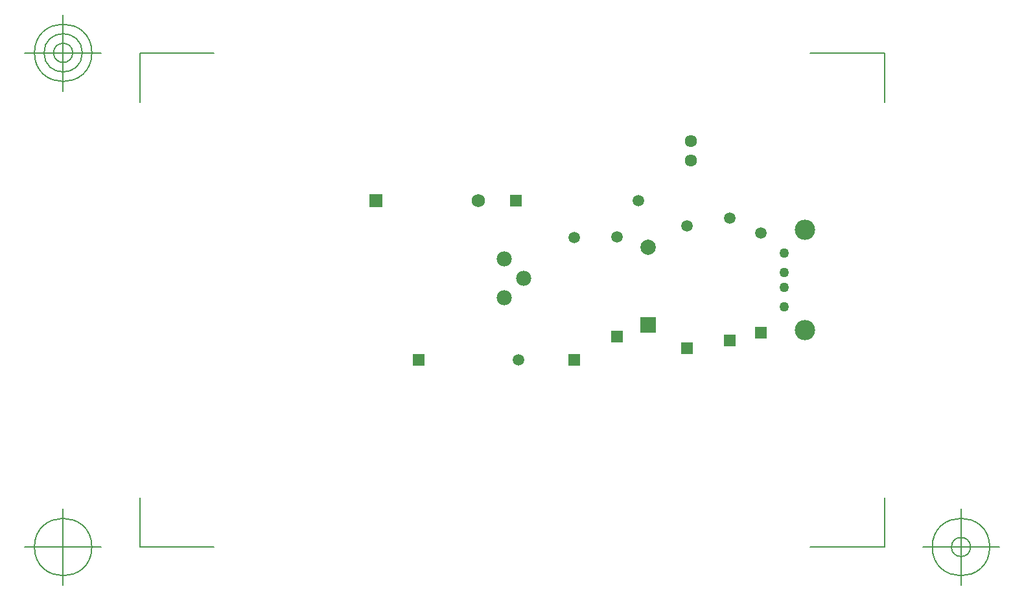
<source format=gbr>
G04 Generated by Ultiboard 13.0 *
%FSLAX25Y25*%
%MOIN*%

%ADD10C,0.00001*%
%ADD11C,0.00500*%
%ADD12C,0.05022*%
%ADD13C,0.10455*%
%ADD14C,0.05906*%
%ADD15R,0.05906X0.05906*%
%ADD16C,0.07834*%
%ADD17C,0.07874*%
%ADD18R,0.07874X0.07874*%
%ADD19C,0.06334*%
%ADD20R,0.06900X0.06900*%
%ADD21C,0.06900*%


G04 ColorRGB FF00CC for the following layer *
%LNSolder Mask Top*%
%LPD*%
G54D10*
G54D11*
X20500Y65500D02*
X20500Y90950D01*
X20500Y65500D02*
X58804Y65500D01*
X403535Y65500D02*
X365232Y65500D01*
X403535Y65500D02*
X403535Y90950D01*
X403535Y320000D02*
X403535Y294550D01*
X403535Y320000D02*
X365232Y320000D01*
X20500Y320000D02*
X58804Y320000D01*
X20500Y320000D02*
X20500Y294550D01*
X815Y65500D02*
X-38555Y65500D01*
X-18870Y45815D02*
X-18870Y85185D01*
X-33634Y65500D02*
G75*
D01*
G02X-33634Y65500I14764J0*
G01*
X423220Y65500D02*
X462591Y65500D01*
X442906Y45815D02*
X442906Y85185D01*
X428142Y65500D02*
G75*
D01*
G02X428142Y65500I14764J0*
G01*
X437984Y65500D02*
G75*
D01*
G02X437984Y65500I4922J0*
G01*
X815Y320000D02*
X-38555Y320000D01*
X-18870Y300315D02*
X-18870Y339685D01*
X-33634Y320000D02*
G75*
D01*
G02X-33634Y320000I14764J0*
G01*
X-28713Y320000D02*
G75*
D01*
G02X-28713Y320000I9843J0*
G01*
X-23791Y320000D02*
G75*
D01*
G02X-23791Y320000I4921J0*
G01*
G54D12*
X352000Y189268D03*
X352000Y216827D03*
X352000Y206984D03*
X352000Y199110D03*
G54D13*
X362669Y177181D03*
X362669Y228913D03*
G54D14*
X324000Y234992D03*
X302000Y230992D03*
X244000Y224992D03*
X266000Y225181D03*
X340000Y227181D03*
X276992Y244000D03*
X215181Y162000D03*
G54D15*
X324000Y172000D03*
X302000Y168000D03*
X244000Y162000D03*
X266000Y174000D03*
X340000Y176000D03*
X214000Y244000D03*
X164000Y162000D03*
G54D16*
X218000Y204000D03*
X208000Y194000D03*
X208000Y214000D03*
G54D17*
X282000Y220000D03*
G54D18*
X282000Y180000D03*
G54D19*
X304000Y264442D03*
X304000Y274442D03*
G54D20*
X142000Y244000D03*
G54D21*
X194756Y244000D03*

M02*

</source>
